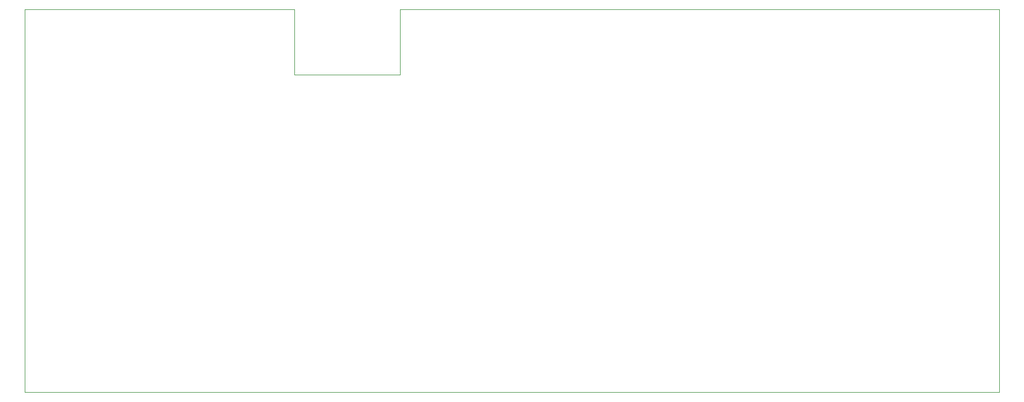
<source format=gm1>
G04 #@! TF.GenerationSoftware,KiCad,Pcbnew,(5.1.6)-1*
G04 #@! TF.CreationDate,2020-07-24T05:51:25+09:00*
G04 #@! TF.ProjectId,Mixer,4d697865-722e-46b6-9963-61645f706362,rev?*
G04 #@! TF.SameCoordinates,Original*
G04 #@! TF.FileFunction,Profile,NP*
%FSLAX46Y46*%
G04 Gerber Fmt 4.6, Leading zero omitted, Abs format (unit mm)*
G04 Created by KiCad (PCBNEW (5.1.6)-1) date 2020-07-24 05:51:25*
%MOMM*%
%LPD*%
G01*
G04 APERTURE LIST*
G04 #@! TA.AperFunction,Profile*
%ADD10C,0.050000*%
G04 #@! TD*
G04 APERTURE END LIST*
D10*
X116500000Y-70000000D02*
X116500000Y-60000000D01*
X132800000Y-70000000D02*
X116500000Y-70000000D01*
X132800000Y-60000000D02*
X132800000Y-70000000D01*
X132800000Y-60000000D02*
X225000000Y-60000000D01*
X225000000Y-119000000D02*
X225000000Y-60000000D01*
X75000000Y-119000000D02*
X225000000Y-119000000D01*
X75000000Y-60000000D02*
X75000000Y-119000000D01*
X116500000Y-60000000D02*
X75000000Y-60000000D01*
M02*

</source>
